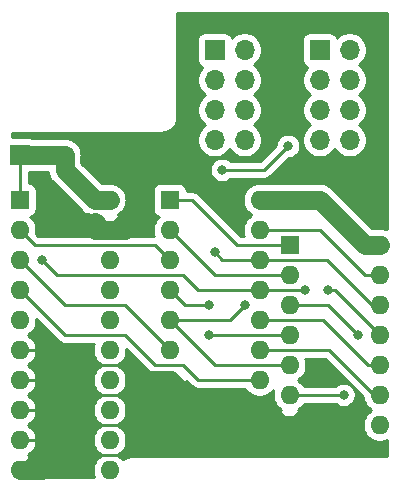
<source format=gbr>
%TF.GenerationSoftware,KiCad,Pcbnew,(5.1.7)-1*%
%TF.CreationDate,2021-10-25T18:28:30+08:00*%
%TF.ProjectId,HCT145Interposer,48435431-3435-4496-9e74-6572706f7365,rev?*%
%TF.SameCoordinates,Original*%
%TF.FileFunction,Copper,L1,Top*%
%TF.FilePolarity,Positive*%
%FSLAX46Y46*%
G04 Gerber Fmt 4.6, Leading zero omitted, Abs format (unit mm)*
G04 Created by KiCad (PCBNEW (5.1.7)-1) date 2021-10-25 18:28:30*
%MOMM*%
%LPD*%
G01*
G04 APERTURE LIST*
%TA.AperFunction,ComponentPad*%
%ADD10O,1.700000X1.700000*%
%TD*%
%TA.AperFunction,ComponentPad*%
%ADD11R,1.700000X1.700000*%
%TD*%
%TA.AperFunction,ComponentPad*%
%ADD12O,1.600000X1.600000*%
%TD*%
%TA.AperFunction,ComponentPad*%
%ADD13R,1.600000X1.600000*%
%TD*%
%TA.AperFunction,ComponentPad*%
%ADD14C,1.600000*%
%TD*%
%TA.AperFunction,ViaPad*%
%ADD15C,1.000000*%
%TD*%
%TA.AperFunction,ViaPad*%
%ADD16C,0.800000*%
%TD*%
%TA.AperFunction,Conductor*%
%ADD17C,0.250000*%
%TD*%
%TA.AperFunction,Conductor*%
%ADD18C,1.600000*%
%TD*%
%TA.AperFunction,Conductor*%
%ADD19C,2.700000*%
%TD*%
%TA.AperFunction,Conductor*%
%ADD20C,0.254000*%
%TD*%
%TA.AperFunction,Conductor*%
%ADD21C,0.100000*%
%TD*%
G04 APERTURE END LIST*
D10*
%TO.P,J7,8*%
%TO.N,GATE3_125_OUT*%
X129540000Y-88900000D03*
%TO.P,J7,7*%
%TO.N,GATE3_OUT*%
X127000000Y-88900000D03*
%TO.P,J7,6*%
%TO.N,GATE2_125_OUT*%
X129540000Y-86360000D03*
%TO.P,J7,5*%
%TO.N,GATE2_OUT*%
X127000000Y-86360000D03*
%TO.P,J7,4*%
%TO.N,GATE1_125_OUT*%
X129540000Y-83820000D03*
%TO.P,J7,3*%
%TO.N,GATE1_OUT*%
X127000000Y-83820000D03*
%TO.P,J7,2*%
%TO.N,GATE0_125_OUT*%
X129540000Y-81280000D03*
D11*
%TO.P,J7,1*%
%TO.N,GATE0_OUT*%
X127000000Y-81280000D03*
%TD*%
D10*
%TO.P,J8,8*%
%TO.N,GATE3_IN*%
X120650000Y-88900000D03*
%TO.P,J8,7*%
%TO.N,GATE3_245_OUT*%
X118110000Y-88900000D03*
%TO.P,J8,6*%
%TO.N,GATE2_IN*%
X120650000Y-86360000D03*
%TO.P,J8,5*%
%TO.N,GATE2_245_OUT*%
X118110000Y-86360000D03*
%TO.P,J8,4*%
%TO.N,GATE1_IN*%
X120650000Y-83820000D03*
%TO.P,J8,3*%
%TO.N,GATE1_245_OUT*%
X118110000Y-83820000D03*
%TO.P,J8,2*%
%TO.N,GATE0_IN*%
X120650000Y-81280000D03*
D11*
%TO.P,J8,1*%
%TO.N,GATE0_245_OUT*%
X118110000Y-81280000D03*
%TD*%
D12*
%TO.P,U1,14*%
%TO.N,+5V*%
X132080000Y-97790000D03*
%TO.P,U1,7*%
%TO.N,GND*%
X124460000Y-113030000D03*
%TO.P,U1,13*%
%TO.N,GATE3_~OE*%
X132080000Y-100330000D03*
%TO.P,U1,6*%
%TO.N,GATE1_125_OUT*%
X124460000Y-110490000D03*
%TO.P,U1,12*%
%TO.N,GATE3_IN*%
X132080000Y-102870000D03*
%TO.P,U1,5*%
%TO.N,GATE1_IN*%
X124460000Y-107950000D03*
%TO.P,U1,11*%
%TO.N,GATE3_125_OUT*%
X132080000Y-105410000D03*
%TO.P,U1,4*%
%TO.N,GATE1_~OE*%
X124460000Y-105410000D03*
%TO.P,U1,10*%
%TO.N,GATE2_~OE*%
X132080000Y-107950000D03*
%TO.P,U1,3*%
%TO.N,GATE0_125_OUT*%
X124460000Y-102870000D03*
%TO.P,U1,9*%
%TO.N,GATE2_IN*%
X132080000Y-110490000D03*
%TO.P,U1,2*%
%TO.N,GATE0_IN*%
X124460000Y-100330000D03*
%TO.P,U1,8*%
%TO.N,GATE2_125_OUT*%
X132080000Y-113030000D03*
D13*
%TO.P,U1,1*%
%TO.N,GATE0_~OE*%
X124460000Y-97790000D03*
%TD*%
D12*
%TO.P,U2,20*%
%TO.N,+3V3*%
X109220000Y-93980000D03*
%TO.P,U2,10*%
%TO.N,GND*%
X101600000Y-116840000D03*
%TO.P,U2,19*%
X109220000Y-96520000D03*
%TO.P,U2,9*%
X101600000Y-114300000D03*
%TO.P,U2,18*%
%TO.N,GATE0_245_OUT*%
X109220000Y-99060000D03*
%TO.P,U2,8*%
%TO.N,GND*%
X101600000Y-111760000D03*
%TO.P,U2,17*%
%TO.N,GATE1_245_OUT*%
X109220000Y-101600000D03*
%TO.P,U2,7*%
%TO.N,GND*%
X101600000Y-109220000D03*
%TO.P,U2,16*%
%TO.N,GATE2_245_OUT*%
X109220000Y-104140000D03*
%TO.P,U2,6*%
%TO.N,GND*%
X101600000Y-106680000D03*
%TO.P,U2,15*%
%TO.N,GATE3_245_OUT*%
X109220000Y-106680000D03*
%TO.P,U2,5*%
%TO.N,GATE3_OUT*%
X101600000Y-104140000D03*
%TO.P,U2,14*%
%TO.N,Net-(U2-Pad14)*%
X109220000Y-109220000D03*
%TO.P,U2,4*%
%TO.N,GATE2_OUT*%
X101600000Y-101600000D03*
%TO.P,U2,13*%
%TO.N,Net-(U2-Pad13)*%
X109220000Y-111760000D03*
%TO.P,U2,3*%
%TO.N,GATE1_OUT*%
X101600000Y-99060000D03*
%TO.P,U2,12*%
%TO.N,Net-(U2-Pad12)*%
X109220000Y-114300000D03*
%TO.P,U2,2*%
%TO.N,GATE0_OUT*%
X101600000Y-96520000D03*
%TO.P,U2,11*%
%TO.N,Net-(U2-Pad11)*%
X109220000Y-116840000D03*
D13*
%TO.P,U2,1*%
%TO.N,+3V3*%
X101600000Y-93980000D03*
%TD*%
D12*
%TO.P,J3,14*%
%TO.N,+5V*%
X121920000Y-93980000D03*
%TO.P,J3,7*%
%TO.N,GND*%
X114300000Y-109220000D03*
%TO.P,J3,13*%
%TO.N,GATE3_~OE*%
X121920000Y-96520000D03*
%TO.P,J3,6*%
%TO.N,GATE1_OUT*%
X114300000Y-106680000D03*
%TO.P,J3,12*%
%TO.N,GATE3_IN*%
X121920000Y-99060000D03*
%TO.P,J3,5*%
%TO.N,GATE1_IN*%
X114300000Y-104140000D03*
%TO.P,J3,11*%
%TO.N,GATE3_OUT*%
X121920000Y-101600000D03*
%TO.P,J3,4*%
%TO.N,GATE1_~OE*%
X114300000Y-101600000D03*
%TO.P,J3,10*%
%TO.N,GATE2_~OE*%
X121920000Y-104140000D03*
%TO.P,J3,3*%
%TO.N,GATE0_OUT*%
X114300000Y-99060000D03*
%TO.P,J3,9*%
%TO.N,GATE2_IN*%
X121920000Y-106680000D03*
%TO.P,J3,2*%
%TO.N,GATE0_IN*%
X114300000Y-96520000D03*
%TO.P,J3,8*%
%TO.N,GATE2_OUT*%
X121920000Y-109220000D03*
D13*
%TO.P,J3,1*%
%TO.N,GATE0_~OE*%
X114300000Y-93980000D03*
%TD*%
D14*
%TO.P,C1,1*%
%TO.N,+5V*%
X125730000Y-93980000D03*
%TO.P,C1,2*%
%TO.N,GND*%
X130730000Y-93980000D03*
%TD*%
%TO.P,C2,2*%
%TO.N,GND*%
X110410000Y-90170000D03*
%TO.P,C2,1*%
%TO.N,+3V3*%
X105410000Y-90170000D03*
%TD*%
D11*
%TO.P,J1,1*%
%TO.N,+3V3*%
X101600000Y-90170000D03*
%TD*%
D15*
%TO.N,GND*%
X107950000Y-90805000D03*
X107950000Y-88900000D03*
X112395000Y-88900000D03*
X104140000Y-96520000D03*
X106045000Y-96520000D03*
X106045000Y-94615000D03*
X104140000Y-92710000D03*
X104140000Y-94615000D03*
D16*
%TO.N,GATE3_IN*%
X118110000Y-98425000D03*
%TO.N,GATE1_IN*%
X120650000Y-102870000D03*
%TO.N,GATE3_OUT*%
X125730000Y-101600000D03*
X103505000Y-99060000D03*
%TO.N,GATE1_~OE*%
X117602000Y-105410000D03*
X117602000Y-102870000D03*
%TO.N,GATE0_OUT*%
X118745000Y-91440000D03*
X124333000Y-89408000D03*
%TO.N,GATE3_125_OUT*%
X127725010Y-101600000D03*
%TO.N,GATE1_125_OUT*%
X129032000Y-110490000D03*
%TO.N,GATE0_125_OUT*%
X130265000Y-105409986D03*
%TD*%
D17*
%TO.N,GND*%
X105410000Y-107950000D02*
X110490000Y-107950000D01*
X105410000Y-110490000D02*
X110490000Y-110490000D01*
X105410000Y-113030000D02*
X110490000Y-113030000D01*
D18*
X124460000Y-113030000D02*
X121285000Y-113030000D01*
X114300000Y-109220000D02*
X112395000Y-109220000D01*
X114300000Y-109220000D02*
X115570000Y-110490000D01*
X114300000Y-109220000D02*
X114300000Y-110490000D01*
X114300000Y-109220000D02*
X113030000Y-110490000D01*
D17*
X101600000Y-114300000D02*
X105410000Y-114300000D01*
X105410000Y-114300000D02*
X105410000Y-113030000D01*
X101600000Y-111760000D02*
X105410000Y-111760000D01*
X105410000Y-111760000D02*
X105410000Y-110490000D01*
X105410000Y-113030000D02*
X105410000Y-111760000D01*
X101600000Y-109220000D02*
X105410000Y-109220000D01*
X105410000Y-109220000D02*
X105410000Y-107950000D01*
X105410000Y-110490000D02*
X105410000Y-109220000D01*
X105410000Y-107950000D02*
X105410000Y-106680000D01*
X105410000Y-106680000D02*
X101600000Y-106680000D01*
D19*
X110410000Y-90170000D02*
X112395000Y-90170000D01*
D18*
X124460000Y-113030000D02*
X123698000Y-113030000D01*
X101600000Y-116840000D02*
X103505000Y-116840000D01*
D17*
X105410000Y-114808000D02*
X105410000Y-114300000D01*
D18*
X102362000Y-116840000D02*
X103632000Y-115570000D01*
X101600000Y-116840000D02*
X102362000Y-116840000D01*
D17*
X110410000Y-90170000D02*
X107950000Y-90170000D01*
X107950000Y-90170000D02*
X107950000Y-88900000D01*
X107950000Y-90170000D02*
X107950000Y-90805000D01*
X111680000Y-88900000D02*
X112395000Y-88900000D01*
X110410000Y-90170000D02*
X111680000Y-88900000D01*
X132080000Y-92630000D02*
X130730000Y-93980000D01*
X132080000Y-78740000D02*
X132080000Y-92630000D01*
X115570000Y-78740000D02*
X132080000Y-78740000D01*
X115570000Y-90170000D02*
X115570000Y-78740000D01*
X112395000Y-90170000D02*
X115570000Y-90170000D01*
X105410000Y-114808000D02*
X105410000Y-115570000D01*
X105410000Y-115570000D02*
X110490000Y-115570000D01*
X105410000Y-115570000D02*
X105410000Y-116840000D01*
X105410000Y-116840000D02*
X102362000Y-116840000D01*
D18*
X109855000Y-96520000D02*
X110490000Y-95885000D01*
X109220000Y-96520000D02*
X109855000Y-96520000D01*
X108585000Y-96520000D02*
X107950000Y-95885000D01*
X109220000Y-96520000D02*
X108585000Y-96520000D01*
X109220000Y-96520000D02*
X107950000Y-96520000D01*
X107950000Y-96520000D02*
X107315000Y-95885000D01*
X110490000Y-96520000D02*
X111125000Y-95885000D01*
X109220000Y-96520000D02*
X110490000Y-96520000D01*
D19*
X128905000Y-92075000D02*
X130730000Y-93980000D01*
X130730000Y-93980000D02*
X131365000Y-94615000D01*
D18*
X124460000Y-113030000D02*
X126365000Y-113030000D01*
X123698000Y-113030000D02*
X122428000Y-111760000D01*
X123190000Y-114300000D02*
X124460000Y-113030000D01*
X124460000Y-113030000D02*
X124460000Y-114300000D01*
X124460000Y-113030000D02*
X125730000Y-114300000D01*
X124460000Y-113030000D02*
X125095000Y-113030000D01*
X125095000Y-113030000D02*
X125730000Y-112395000D01*
%TO.N,+5V*%
X121920000Y-93980000D02*
X125730000Y-93980000D01*
X130810000Y-97790000D02*
X132080000Y-97790000D01*
X127000000Y-93980000D02*
X130810000Y-97790000D01*
X125730000Y-93980000D02*
X127000000Y-93980000D01*
%TO.N,+3V3*%
X101600000Y-90170000D02*
X105410000Y-90170000D01*
X107950000Y-93980000D02*
X109220000Y-93980000D01*
X105410000Y-91440000D02*
X107950000Y-93980000D01*
X105410000Y-90170000D02*
X105410000Y-91440000D01*
D17*
X101600000Y-93980000D02*
X101600000Y-90170000D01*
%TO.N,GATE3_~OE*%
X127000000Y-96520000D02*
X121920000Y-96520000D01*
X130810000Y-100330000D02*
X127000000Y-96520000D01*
X132080000Y-100330000D02*
X130810000Y-100330000D01*
%TO.N,GATE1_OUT*%
X105410000Y-102870000D02*
X101600000Y-99060000D01*
X110490000Y-102870000D02*
X105410000Y-102870000D01*
X114300000Y-106680000D02*
X110490000Y-102870000D01*
%TO.N,GATE3_IN*%
X118745000Y-99060000D02*
X118110000Y-98425000D01*
X121920000Y-99060000D02*
X118745000Y-99060000D01*
X127635000Y-99060000D02*
X121920000Y-99060000D01*
X131445000Y-102870000D02*
X127635000Y-99060000D01*
X132080000Y-102870000D02*
X131445000Y-102870000D01*
%TO.N,GATE1_IN*%
X118110000Y-107950000D02*
X124460000Y-107950000D01*
X114300000Y-104140000D02*
X118110000Y-107950000D01*
X119380000Y-104140000D02*
X114300000Y-104140000D01*
X120650000Y-102870000D02*
X119380000Y-104140000D01*
%TO.N,GATE3_OUT*%
X121920000Y-101600000D02*
X125730000Y-101600000D01*
X116720001Y-101600000D02*
X121920000Y-101600000D01*
X115450001Y-100330000D02*
X116720001Y-101600000D01*
X104775000Y-100330000D02*
X115450001Y-100330000D01*
X103505000Y-99060000D02*
X104775000Y-100330000D01*
%TO.N,GATE1_~OE*%
X124460000Y-105410000D02*
X117602000Y-105410000D01*
X114300000Y-101600000D02*
X115570000Y-102870000D01*
X115570000Y-102870000D02*
X117602000Y-102870000D01*
%TO.N,GATE2_~OE*%
X127254000Y-104140000D02*
X121920000Y-104140000D01*
X131064000Y-107950000D02*
X127254000Y-104140000D01*
X132080000Y-107950000D02*
X131064000Y-107950000D01*
%TO.N,GATE0_OUT*%
X118745000Y-91440000D02*
X122301000Y-91440000D01*
X122301000Y-91440000D02*
X124333000Y-89408000D01*
X102870000Y-97790000D02*
X101600000Y-96520000D01*
X113030000Y-97790000D02*
X102870000Y-97790000D01*
X114300000Y-99060000D02*
X113030000Y-97790000D01*
%TO.N,GATE2_IN*%
X127762000Y-106680000D02*
X121920000Y-106680000D01*
X131572000Y-110490000D02*
X127762000Y-106680000D01*
X132080000Y-110490000D02*
X131572000Y-110490000D01*
%TO.N,GATE0_IN*%
X118110000Y-100330000D02*
X124460000Y-100330000D01*
X114300000Y-96520000D02*
X118110000Y-100330000D01*
%TO.N,GATE2_OUT*%
X105410000Y-105410000D02*
X101600000Y-101600000D01*
X110490000Y-105410000D02*
X105410000Y-105410000D01*
X113030000Y-107950000D02*
X110490000Y-105410000D01*
X115450001Y-107950000D02*
X113030000Y-107950000D01*
X116720001Y-109220000D02*
X115450001Y-107950000D01*
X121920000Y-109220000D02*
X116720001Y-109220000D01*
%TO.N,GATE0_~OE*%
X120015000Y-97790000D02*
X124460000Y-97790000D01*
X116205000Y-93980000D02*
X120015000Y-97790000D01*
X114300000Y-93980000D02*
X116205000Y-93980000D01*
%TO.N,GATE3_125_OUT*%
X128270000Y-101600000D02*
X132080000Y-105410000D01*
X127725010Y-101600000D02*
X128270000Y-101600000D01*
%TO.N,GATE1_125_OUT*%
X124460000Y-110490000D02*
X129032000Y-110490000D01*
%TO.N,GATE0_125_OUT*%
X127725014Y-102870000D02*
X130265000Y-105409986D01*
X126746000Y-102870000D02*
X127725014Y-102870000D01*
X124460000Y-102870000D02*
X126746000Y-102870000D01*
%TD*%
D20*
%TO.N,GND*%
X104846200Y-105921002D02*
X104869999Y-105950001D01*
X104985724Y-106044974D01*
X105117753Y-106115546D01*
X105261014Y-106159003D01*
X105372667Y-106170000D01*
X105372675Y-106170000D01*
X105410000Y-106173676D01*
X105447325Y-106170000D01*
X107878017Y-106170000D01*
X107840147Y-106261426D01*
X107785000Y-106538665D01*
X107785000Y-106821335D01*
X107840147Y-107098574D01*
X107948320Y-107359727D01*
X108105363Y-107594759D01*
X108305241Y-107794637D01*
X108537759Y-107950000D01*
X108305241Y-108105363D01*
X108105363Y-108305241D01*
X107948320Y-108540273D01*
X107840147Y-108801426D01*
X107785000Y-109078665D01*
X107785000Y-109361335D01*
X107840147Y-109638574D01*
X107948320Y-109899727D01*
X108105363Y-110134759D01*
X108305241Y-110334637D01*
X108537759Y-110490000D01*
X108305241Y-110645363D01*
X108105363Y-110845241D01*
X107948320Y-111080273D01*
X107840147Y-111341426D01*
X107785000Y-111618665D01*
X107785000Y-111901335D01*
X107840147Y-112178574D01*
X107948320Y-112439727D01*
X108105363Y-112674759D01*
X108305241Y-112874637D01*
X108537759Y-113030000D01*
X108305241Y-113185363D01*
X108105363Y-113385241D01*
X107948320Y-113620273D01*
X107840147Y-113881426D01*
X107785000Y-114158665D01*
X107785000Y-114441335D01*
X107840147Y-114718574D01*
X107948320Y-114979727D01*
X108105363Y-115214759D01*
X108305241Y-115414637D01*
X108537759Y-115570000D01*
X108305241Y-115725363D01*
X108105363Y-115925241D01*
X107948320Y-116160273D01*
X107840147Y-116421426D01*
X107785000Y-116698665D01*
X107785000Y-116981335D01*
X107840147Y-117258574D01*
X107919438Y-117450000D01*
X102900562Y-117450000D01*
X102979853Y-117258574D01*
X103035000Y-116981335D01*
X103035000Y-116698665D01*
X102979853Y-116421426D01*
X102871680Y-116160273D01*
X102714637Y-115925241D01*
X102514759Y-115725363D01*
X102282241Y-115570000D01*
X102514759Y-115414637D01*
X102714637Y-115214759D01*
X102871680Y-114979727D01*
X102979853Y-114718574D01*
X103035000Y-114441335D01*
X103035000Y-114158665D01*
X102979853Y-113881426D01*
X102871680Y-113620273D01*
X102714637Y-113385241D01*
X102514759Y-113185363D01*
X102282241Y-113030000D01*
X102514759Y-112874637D01*
X102714637Y-112674759D01*
X102871680Y-112439727D01*
X102979853Y-112178574D01*
X103035000Y-111901335D01*
X103035000Y-111618665D01*
X102979853Y-111341426D01*
X102871680Y-111080273D01*
X102714637Y-110845241D01*
X102514759Y-110645363D01*
X102282241Y-110490000D01*
X102514759Y-110334637D01*
X102714637Y-110134759D01*
X102871680Y-109899727D01*
X102979853Y-109638574D01*
X103035000Y-109361335D01*
X103035000Y-109078665D01*
X102979853Y-108801426D01*
X102871680Y-108540273D01*
X102714637Y-108305241D01*
X102514759Y-108105363D01*
X102282241Y-107950000D01*
X102514759Y-107794637D01*
X102714637Y-107594759D01*
X102871680Y-107359727D01*
X102979853Y-107098574D01*
X103035000Y-106821335D01*
X103035000Y-106538665D01*
X102979853Y-106261426D01*
X102871680Y-106000273D01*
X102714637Y-105765241D01*
X102514759Y-105565363D01*
X102282241Y-105410000D01*
X102514759Y-105254637D01*
X102714637Y-105054759D01*
X102871680Y-104819727D01*
X102979853Y-104558574D01*
X103035000Y-104281335D01*
X103035000Y-104109802D01*
X104846200Y-105921002D01*
%TA.AperFunction,Conductor*%
D21*
G36*
X104846200Y-105921002D02*
G01*
X104869999Y-105950001D01*
X104985724Y-106044974D01*
X105117753Y-106115546D01*
X105261014Y-106159003D01*
X105372667Y-106170000D01*
X105372675Y-106170000D01*
X105410000Y-106173676D01*
X105447325Y-106170000D01*
X107878017Y-106170000D01*
X107840147Y-106261426D01*
X107785000Y-106538665D01*
X107785000Y-106821335D01*
X107840147Y-107098574D01*
X107948320Y-107359727D01*
X108105363Y-107594759D01*
X108305241Y-107794637D01*
X108537759Y-107950000D01*
X108305241Y-108105363D01*
X108105363Y-108305241D01*
X107948320Y-108540273D01*
X107840147Y-108801426D01*
X107785000Y-109078665D01*
X107785000Y-109361335D01*
X107840147Y-109638574D01*
X107948320Y-109899727D01*
X108105363Y-110134759D01*
X108305241Y-110334637D01*
X108537759Y-110490000D01*
X108305241Y-110645363D01*
X108105363Y-110845241D01*
X107948320Y-111080273D01*
X107840147Y-111341426D01*
X107785000Y-111618665D01*
X107785000Y-111901335D01*
X107840147Y-112178574D01*
X107948320Y-112439727D01*
X108105363Y-112674759D01*
X108305241Y-112874637D01*
X108537759Y-113030000D01*
X108305241Y-113185363D01*
X108105363Y-113385241D01*
X107948320Y-113620273D01*
X107840147Y-113881426D01*
X107785000Y-114158665D01*
X107785000Y-114441335D01*
X107840147Y-114718574D01*
X107948320Y-114979727D01*
X108105363Y-115214759D01*
X108305241Y-115414637D01*
X108537759Y-115570000D01*
X108305241Y-115725363D01*
X108105363Y-115925241D01*
X107948320Y-116160273D01*
X107840147Y-116421426D01*
X107785000Y-116698665D01*
X107785000Y-116981335D01*
X107840147Y-117258574D01*
X107919438Y-117450000D01*
X102900562Y-117450000D01*
X102979853Y-117258574D01*
X103035000Y-116981335D01*
X103035000Y-116698665D01*
X102979853Y-116421426D01*
X102871680Y-116160273D01*
X102714637Y-115925241D01*
X102514759Y-115725363D01*
X102282241Y-115570000D01*
X102514759Y-115414637D01*
X102714637Y-115214759D01*
X102871680Y-114979727D01*
X102979853Y-114718574D01*
X103035000Y-114441335D01*
X103035000Y-114158665D01*
X102979853Y-113881426D01*
X102871680Y-113620273D01*
X102714637Y-113385241D01*
X102514759Y-113185363D01*
X102282241Y-113030000D01*
X102514759Y-112874637D01*
X102714637Y-112674759D01*
X102871680Y-112439727D01*
X102979853Y-112178574D01*
X103035000Y-111901335D01*
X103035000Y-111618665D01*
X102979853Y-111341426D01*
X102871680Y-111080273D01*
X102714637Y-110845241D01*
X102514759Y-110645363D01*
X102282241Y-110490000D01*
X102514759Y-110334637D01*
X102714637Y-110134759D01*
X102871680Y-109899727D01*
X102979853Y-109638574D01*
X103035000Y-109361335D01*
X103035000Y-109078665D01*
X102979853Y-108801426D01*
X102871680Y-108540273D01*
X102714637Y-108305241D01*
X102514759Y-108105363D01*
X102282241Y-107950000D01*
X102514759Y-107794637D01*
X102714637Y-107594759D01*
X102871680Y-107359727D01*
X102979853Y-107098574D01*
X103035000Y-106821335D01*
X103035000Y-106538665D01*
X102979853Y-106261426D01*
X102871680Y-106000273D01*
X102714637Y-105765241D01*
X102514759Y-105565363D01*
X102282241Y-105410000D01*
X102514759Y-105254637D01*
X102714637Y-105054759D01*
X102871680Y-104819727D01*
X102979853Y-104558574D01*
X103035000Y-104281335D01*
X103035000Y-104109802D01*
X104846200Y-105921002D01*
G37*
%TD.AperFunction*%
D20*
X112466205Y-108461008D02*
X112489999Y-108490001D01*
X112518992Y-108513795D01*
X112518996Y-108513799D01*
X112589685Y-108571811D01*
X112605724Y-108584974D01*
X112737753Y-108655546D01*
X112881014Y-108699003D01*
X112959375Y-108706721D01*
X112920147Y-108801426D01*
X112865000Y-109078665D01*
X112865000Y-109361335D01*
X112920147Y-109638574D01*
X113028320Y-109899727D01*
X113185363Y-110134759D01*
X113385241Y-110334637D01*
X113620273Y-110491680D01*
X113881426Y-110599853D01*
X114158665Y-110655000D01*
X114441335Y-110655000D01*
X114718574Y-110599853D01*
X114979727Y-110491680D01*
X115214759Y-110334637D01*
X115414637Y-110134759D01*
X115571680Y-109899727D01*
X115679853Y-109638574D01*
X115735000Y-109361335D01*
X115735000Y-109309801D01*
X116156202Y-109731003D01*
X116180000Y-109760001D01*
X116295725Y-109854974D01*
X116427754Y-109925546D01*
X116571015Y-109969003D01*
X116682668Y-109980000D01*
X116682677Y-109980000D01*
X116720000Y-109983676D01*
X116757323Y-109980000D01*
X120701957Y-109980000D01*
X120805363Y-110134759D01*
X121005241Y-110334637D01*
X121240273Y-110491680D01*
X121501426Y-110599853D01*
X121778665Y-110655000D01*
X122061335Y-110655000D01*
X122338574Y-110599853D01*
X122599727Y-110491680D01*
X122834759Y-110334637D01*
X123034637Y-110134759D01*
X123085354Y-110058856D01*
X123080147Y-110071426D01*
X123025000Y-110348665D01*
X123025000Y-110631335D01*
X123080147Y-110908574D01*
X123188320Y-111169727D01*
X123345363Y-111404759D01*
X123545241Y-111604637D01*
X123777759Y-111760000D01*
X123545241Y-111915363D01*
X123345363Y-112115241D01*
X123188320Y-112350273D01*
X123080147Y-112611426D01*
X123025000Y-112888665D01*
X123025000Y-113171335D01*
X123080147Y-113448574D01*
X123188320Y-113709727D01*
X123345363Y-113944759D01*
X123545241Y-114144637D01*
X123780273Y-114301680D01*
X124041426Y-114409853D01*
X124318665Y-114465000D01*
X124601335Y-114465000D01*
X124878574Y-114409853D01*
X125139727Y-114301680D01*
X125374759Y-114144637D01*
X125574637Y-113944759D01*
X125731680Y-113709727D01*
X125839853Y-113448574D01*
X125895000Y-113171335D01*
X125895000Y-112888665D01*
X125839853Y-112611426D01*
X125731680Y-112350273D01*
X125574637Y-112115241D01*
X125374759Y-111915363D01*
X125142241Y-111760000D01*
X125374759Y-111604637D01*
X125574637Y-111404759D01*
X125678043Y-111250000D01*
X128328289Y-111250000D01*
X128372226Y-111293937D01*
X128541744Y-111407205D01*
X128730102Y-111485226D01*
X128930061Y-111525000D01*
X129133939Y-111525000D01*
X129333898Y-111485226D01*
X129522256Y-111407205D01*
X129691774Y-111293937D01*
X129835937Y-111149774D01*
X129949205Y-110980256D01*
X130027226Y-110791898D01*
X130067000Y-110591939D01*
X130067000Y-110388061D01*
X130027226Y-110188102D01*
X129949205Y-109999744D01*
X129835937Y-109830226D01*
X129691774Y-109686063D01*
X129522256Y-109572795D01*
X129333898Y-109494774D01*
X129133939Y-109455000D01*
X128930061Y-109455000D01*
X128730102Y-109494774D01*
X128541744Y-109572795D01*
X128372226Y-109686063D01*
X128328289Y-109730000D01*
X125678043Y-109730000D01*
X125574637Y-109575241D01*
X125374759Y-109375363D01*
X125142241Y-109220000D01*
X125374759Y-109064637D01*
X125574637Y-108864759D01*
X125731680Y-108629727D01*
X125839853Y-108368574D01*
X125895000Y-108091335D01*
X125895000Y-107808665D01*
X125839853Y-107531426D01*
X125801983Y-107440000D01*
X127447199Y-107440000D01*
X130646606Y-110639408D01*
X130700147Y-110908574D01*
X130808320Y-111169727D01*
X130965363Y-111404759D01*
X131165241Y-111604637D01*
X131397759Y-111760000D01*
X131165241Y-111915363D01*
X130965363Y-112115241D01*
X130808320Y-112350273D01*
X130700147Y-112611426D01*
X130645000Y-112888665D01*
X130645000Y-113171335D01*
X130700147Y-113448574D01*
X130808320Y-113709727D01*
X130965363Y-113944759D01*
X131165241Y-114144637D01*
X131400273Y-114301680D01*
X131661426Y-114409853D01*
X131938665Y-114465000D01*
X132221335Y-114465000D01*
X132498574Y-114409853D01*
X132690000Y-114330562D01*
X132690000Y-115664725D01*
X132689335Y-115671513D01*
X132684699Y-115672000D01*
X111092581Y-115672000D01*
X111064581Y-115674758D01*
X111060745Y-115674731D01*
X111051574Y-115675631D01*
X110928323Y-115688586D01*
X110869733Y-115700613D01*
X110810971Y-115711822D01*
X110802149Y-115714486D01*
X110683762Y-115751133D01*
X110628632Y-115774308D01*
X110573153Y-115796722D01*
X110565017Y-115801049D01*
X110456002Y-115859993D01*
X110406422Y-115893435D01*
X110356355Y-115926197D01*
X110349214Y-115932022D01*
X110342744Y-115937374D01*
X110334637Y-115925241D01*
X110134759Y-115725363D01*
X109902241Y-115570000D01*
X110134759Y-115414637D01*
X110334637Y-115214759D01*
X110491680Y-114979727D01*
X110599853Y-114718574D01*
X110655000Y-114441335D01*
X110655000Y-114158665D01*
X110599853Y-113881426D01*
X110491680Y-113620273D01*
X110334637Y-113385241D01*
X110134759Y-113185363D01*
X109902241Y-113030000D01*
X110134759Y-112874637D01*
X110334637Y-112674759D01*
X110491680Y-112439727D01*
X110599853Y-112178574D01*
X110655000Y-111901335D01*
X110655000Y-111618665D01*
X110599853Y-111341426D01*
X110491680Y-111080273D01*
X110334637Y-110845241D01*
X110134759Y-110645363D01*
X109902241Y-110490000D01*
X110134759Y-110334637D01*
X110334637Y-110134759D01*
X110491680Y-109899727D01*
X110599853Y-109638574D01*
X110655000Y-109361335D01*
X110655000Y-109078665D01*
X110599853Y-108801426D01*
X110491680Y-108540273D01*
X110334637Y-108305241D01*
X110134759Y-108105363D01*
X109902241Y-107950000D01*
X110134759Y-107794637D01*
X110334637Y-107594759D01*
X110491680Y-107359727D01*
X110599853Y-107098574D01*
X110655000Y-106821335D01*
X110655000Y-106649802D01*
X112466205Y-108461008D01*
%TA.AperFunction,Conductor*%
D21*
G36*
X112466205Y-108461008D02*
G01*
X112489999Y-108490001D01*
X112518992Y-108513795D01*
X112518996Y-108513799D01*
X112589685Y-108571811D01*
X112605724Y-108584974D01*
X112737753Y-108655546D01*
X112881014Y-108699003D01*
X112959375Y-108706721D01*
X112920147Y-108801426D01*
X112865000Y-109078665D01*
X112865000Y-109361335D01*
X112920147Y-109638574D01*
X113028320Y-109899727D01*
X113185363Y-110134759D01*
X113385241Y-110334637D01*
X113620273Y-110491680D01*
X113881426Y-110599853D01*
X114158665Y-110655000D01*
X114441335Y-110655000D01*
X114718574Y-110599853D01*
X114979727Y-110491680D01*
X115214759Y-110334637D01*
X115414637Y-110134759D01*
X115571680Y-109899727D01*
X115679853Y-109638574D01*
X115735000Y-109361335D01*
X115735000Y-109309801D01*
X116156202Y-109731003D01*
X116180000Y-109760001D01*
X116295725Y-109854974D01*
X116427754Y-109925546D01*
X116571015Y-109969003D01*
X116682668Y-109980000D01*
X116682677Y-109980000D01*
X116720000Y-109983676D01*
X116757323Y-109980000D01*
X120701957Y-109980000D01*
X120805363Y-110134759D01*
X121005241Y-110334637D01*
X121240273Y-110491680D01*
X121501426Y-110599853D01*
X121778665Y-110655000D01*
X122061335Y-110655000D01*
X122338574Y-110599853D01*
X122599727Y-110491680D01*
X122834759Y-110334637D01*
X123034637Y-110134759D01*
X123085354Y-110058856D01*
X123080147Y-110071426D01*
X123025000Y-110348665D01*
X123025000Y-110631335D01*
X123080147Y-110908574D01*
X123188320Y-111169727D01*
X123345363Y-111404759D01*
X123545241Y-111604637D01*
X123777759Y-111760000D01*
X123545241Y-111915363D01*
X123345363Y-112115241D01*
X123188320Y-112350273D01*
X123080147Y-112611426D01*
X123025000Y-112888665D01*
X123025000Y-113171335D01*
X123080147Y-113448574D01*
X123188320Y-113709727D01*
X123345363Y-113944759D01*
X123545241Y-114144637D01*
X123780273Y-114301680D01*
X124041426Y-114409853D01*
X124318665Y-114465000D01*
X124601335Y-114465000D01*
X124878574Y-114409853D01*
X125139727Y-114301680D01*
X125374759Y-114144637D01*
X125574637Y-113944759D01*
X125731680Y-113709727D01*
X125839853Y-113448574D01*
X125895000Y-113171335D01*
X125895000Y-112888665D01*
X125839853Y-112611426D01*
X125731680Y-112350273D01*
X125574637Y-112115241D01*
X125374759Y-111915363D01*
X125142241Y-111760000D01*
X125374759Y-111604637D01*
X125574637Y-111404759D01*
X125678043Y-111250000D01*
X128328289Y-111250000D01*
X128372226Y-111293937D01*
X128541744Y-111407205D01*
X128730102Y-111485226D01*
X128930061Y-111525000D01*
X129133939Y-111525000D01*
X129333898Y-111485226D01*
X129522256Y-111407205D01*
X129691774Y-111293937D01*
X129835937Y-111149774D01*
X129949205Y-110980256D01*
X130027226Y-110791898D01*
X130067000Y-110591939D01*
X130067000Y-110388061D01*
X130027226Y-110188102D01*
X129949205Y-109999744D01*
X129835937Y-109830226D01*
X129691774Y-109686063D01*
X129522256Y-109572795D01*
X129333898Y-109494774D01*
X129133939Y-109455000D01*
X128930061Y-109455000D01*
X128730102Y-109494774D01*
X128541744Y-109572795D01*
X128372226Y-109686063D01*
X128328289Y-109730000D01*
X125678043Y-109730000D01*
X125574637Y-109575241D01*
X125374759Y-109375363D01*
X125142241Y-109220000D01*
X125374759Y-109064637D01*
X125574637Y-108864759D01*
X125731680Y-108629727D01*
X125839853Y-108368574D01*
X125895000Y-108091335D01*
X125895000Y-107808665D01*
X125839853Y-107531426D01*
X125801983Y-107440000D01*
X127447199Y-107440000D01*
X130646606Y-110639408D01*
X130700147Y-110908574D01*
X130808320Y-111169727D01*
X130965363Y-111404759D01*
X131165241Y-111604637D01*
X131397759Y-111760000D01*
X131165241Y-111915363D01*
X130965363Y-112115241D01*
X130808320Y-112350273D01*
X130700147Y-112611426D01*
X130645000Y-112888665D01*
X130645000Y-113171335D01*
X130700147Y-113448574D01*
X130808320Y-113709727D01*
X130965363Y-113944759D01*
X131165241Y-114144637D01*
X131400273Y-114301680D01*
X131661426Y-114409853D01*
X131938665Y-114465000D01*
X132221335Y-114465000D01*
X132498574Y-114409853D01*
X132690000Y-114330562D01*
X132690000Y-115664725D01*
X132689335Y-115671513D01*
X132684699Y-115672000D01*
X111092581Y-115672000D01*
X111064581Y-115674758D01*
X111060745Y-115674731D01*
X111051574Y-115675631D01*
X110928323Y-115688586D01*
X110869733Y-115700613D01*
X110810971Y-115711822D01*
X110802149Y-115714486D01*
X110683762Y-115751133D01*
X110628632Y-115774308D01*
X110573153Y-115796722D01*
X110565017Y-115801049D01*
X110456002Y-115859993D01*
X110406422Y-115893435D01*
X110356355Y-115926197D01*
X110349214Y-115932022D01*
X110342744Y-115937374D01*
X110334637Y-115925241D01*
X110134759Y-115725363D01*
X109902241Y-115570000D01*
X110134759Y-115414637D01*
X110334637Y-115214759D01*
X110491680Y-114979727D01*
X110599853Y-114718574D01*
X110655000Y-114441335D01*
X110655000Y-114158665D01*
X110599853Y-113881426D01*
X110491680Y-113620273D01*
X110334637Y-113385241D01*
X110134759Y-113185363D01*
X109902241Y-113030000D01*
X110134759Y-112874637D01*
X110334637Y-112674759D01*
X110491680Y-112439727D01*
X110599853Y-112178574D01*
X110655000Y-111901335D01*
X110655000Y-111618665D01*
X110599853Y-111341426D01*
X110491680Y-111080273D01*
X110334637Y-110845241D01*
X110134759Y-110645363D01*
X109902241Y-110490000D01*
X110134759Y-110334637D01*
X110334637Y-110134759D01*
X110491680Y-109899727D01*
X110599853Y-109638574D01*
X110655000Y-109361335D01*
X110655000Y-109078665D01*
X110599853Y-108801426D01*
X110491680Y-108540273D01*
X110334637Y-108305241D01*
X110134759Y-108105363D01*
X109902241Y-107950000D01*
X110134759Y-107794637D01*
X110334637Y-107594759D01*
X110491680Y-107359727D01*
X110599853Y-107098574D01*
X110655000Y-106821335D01*
X110655000Y-106649802D01*
X112466205Y-108461008D01*
G37*
%TD.AperFunction*%
D20*
X132689513Y-78130666D02*
X132690001Y-78135310D01*
X132690001Y-96488923D01*
X132631808Y-96457818D01*
X132564014Y-96437253D01*
X132498574Y-96410147D01*
X132429097Y-96396327D01*
X132361309Y-96375764D01*
X132290817Y-96368821D01*
X132221335Y-96355000D01*
X131404396Y-96355000D01*
X130433539Y-95384143D01*
X130588665Y-95415000D01*
X130871335Y-95415000D01*
X131148574Y-95359853D01*
X131409727Y-95251680D01*
X131644759Y-95094637D01*
X131844637Y-94894759D01*
X132001680Y-94659727D01*
X132109853Y-94398574D01*
X132165000Y-94121335D01*
X132165000Y-93838665D01*
X132109853Y-93561426D01*
X132001680Y-93300273D01*
X131844637Y-93065241D01*
X131644759Y-92865363D01*
X131409727Y-92708320D01*
X131148574Y-92600147D01*
X130871335Y-92545000D01*
X130588665Y-92545000D01*
X130311426Y-92600147D01*
X130050273Y-92708320D01*
X129815241Y-92865363D01*
X129615363Y-93065241D01*
X129458320Y-93300273D01*
X129350147Y-93561426D01*
X129295000Y-93838665D01*
X129295000Y-94121335D01*
X129325857Y-94276462D01*
X128064554Y-93015159D01*
X128019608Y-92960392D01*
X127801101Y-92781068D01*
X127551808Y-92647818D01*
X127281309Y-92565764D01*
X127070492Y-92545000D01*
X127000000Y-92538057D01*
X126929508Y-92545000D01*
X121778665Y-92545000D01*
X121709183Y-92558821D01*
X121638691Y-92565764D01*
X121570903Y-92586327D01*
X121501426Y-92600147D01*
X121435986Y-92627253D01*
X121368192Y-92647818D01*
X121305712Y-92681214D01*
X121240273Y-92708320D01*
X121181378Y-92747672D01*
X121118899Y-92781068D01*
X121064137Y-92826010D01*
X121005241Y-92865363D01*
X120955154Y-92915450D01*
X120900392Y-92960392D01*
X120855450Y-93015154D01*
X120805363Y-93065241D01*
X120766010Y-93124137D01*
X120721068Y-93178899D01*
X120687672Y-93241378D01*
X120648320Y-93300273D01*
X120621214Y-93365712D01*
X120587818Y-93428192D01*
X120567253Y-93495986D01*
X120540147Y-93561426D01*
X120526327Y-93630903D01*
X120505764Y-93698691D01*
X120498821Y-93769183D01*
X120485000Y-93838665D01*
X120485000Y-93909508D01*
X120478057Y-93980000D01*
X120485000Y-94050492D01*
X120485000Y-94121335D01*
X120498821Y-94190817D01*
X120505764Y-94261309D01*
X120526327Y-94329097D01*
X120540147Y-94398574D01*
X120567253Y-94464014D01*
X120587818Y-94531808D01*
X120621214Y-94594288D01*
X120648320Y-94659727D01*
X120687672Y-94718622D01*
X120721068Y-94781101D01*
X120766010Y-94835863D01*
X120805363Y-94894759D01*
X120855450Y-94944846D01*
X120900392Y-94999608D01*
X120955154Y-95044550D01*
X121005241Y-95094637D01*
X121064137Y-95133990D01*
X121118899Y-95178932D01*
X121181378Y-95212328D01*
X121237759Y-95250000D01*
X121005241Y-95405363D01*
X120805363Y-95605241D01*
X120648320Y-95840273D01*
X120540147Y-96101426D01*
X120485000Y-96378665D01*
X120485000Y-96661335D01*
X120540147Y-96938574D01*
X120578017Y-97030000D01*
X120329802Y-97030000D01*
X116768804Y-93469003D01*
X116745001Y-93439999D01*
X116629276Y-93345026D01*
X116497247Y-93274454D01*
X116353986Y-93230997D01*
X116242333Y-93220000D01*
X116242322Y-93220000D01*
X116205000Y-93216324D01*
X116167678Y-93220000D01*
X115738072Y-93220000D01*
X115738072Y-93180000D01*
X115725812Y-93055518D01*
X115689502Y-92935820D01*
X115630537Y-92825506D01*
X115551185Y-92728815D01*
X115454494Y-92649463D01*
X115344180Y-92590498D01*
X115224482Y-92554188D01*
X115100000Y-92541928D01*
X113500000Y-92541928D01*
X113375518Y-92554188D01*
X113255820Y-92590498D01*
X113145506Y-92649463D01*
X113048815Y-92728815D01*
X112969463Y-92825506D01*
X112910498Y-92935820D01*
X112874188Y-93055518D01*
X112861928Y-93180000D01*
X112861928Y-94780000D01*
X112874188Y-94904482D01*
X112910498Y-95024180D01*
X112969463Y-95134494D01*
X113048815Y-95231185D01*
X113145506Y-95310537D01*
X113255820Y-95369502D01*
X113375518Y-95405812D01*
X113383961Y-95406643D01*
X113185363Y-95605241D01*
X113028320Y-95840273D01*
X112920147Y-96101426D01*
X112865000Y-96378665D01*
X112865000Y-96661335D01*
X112920147Y-96938574D01*
X112958017Y-97030000D01*
X110561983Y-97030000D01*
X110599853Y-96938574D01*
X110655000Y-96661335D01*
X110655000Y-96378665D01*
X110599853Y-96101426D01*
X110491680Y-95840273D01*
X110334637Y-95605241D01*
X110134759Y-95405363D01*
X109902241Y-95250000D01*
X109958622Y-95212328D01*
X110021101Y-95178932D01*
X110075863Y-95133990D01*
X110134759Y-95094637D01*
X110184846Y-95044550D01*
X110239608Y-94999608D01*
X110284550Y-94944846D01*
X110334637Y-94894759D01*
X110373990Y-94835863D01*
X110418932Y-94781101D01*
X110452328Y-94718622D01*
X110491680Y-94659727D01*
X110518786Y-94594288D01*
X110552182Y-94531808D01*
X110572747Y-94464014D01*
X110599853Y-94398574D01*
X110613673Y-94329097D01*
X110634236Y-94261309D01*
X110641179Y-94190817D01*
X110655000Y-94121335D01*
X110655000Y-94050492D01*
X110661943Y-93980000D01*
X110655000Y-93909508D01*
X110655000Y-93838665D01*
X110641179Y-93769183D01*
X110634236Y-93698691D01*
X110613673Y-93630903D01*
X110599853Y-93561426D01*
X110572747Y-93495986D01*
X110552182Y-93428192D01*
X110518786Y-93365712D01*
X110491680Y-93300273D01*
X110452328Y-93241378D01*
X110418932Y-93178899D01*
X110373990Y-93124137D01*
X110334637Y-93065241D01*
X110284550Y-93015154D01*
X110239608Y-92960392D01*
X110184846Y-92915450D01*
X110134759Y-92865363D01*
X110075863Y-92826010D01*
X110021101Y-92781068D01*
X109958622Y-92747672D01*
X109899727Y-92708320D01*
X109834288Y-92681214D01*
X109771808Y-92647818D01*
X109704014Y-92627253D01*
X109638574Y-92600147D01*
X109569097Y-92586327D01*
X109501309Y-92565764D01*
X109430817Y-92558821D01*
X109361335Y-92545000D01*
X108544397Y-92545000D01*
X106845000Y-90845605D01*
X106845000Y-90240492D01*
X106851943Y-90170000D01*
X106845000Y-90099508D01*
X106845000Y-90028665D01*
X108975000Y-90028665D01*
X108975000Y-90311335D01*
X109030147Y-90588574D01*
X109138320Y-90849727D01*
X109295363Y-91084759D01*
X109495241Y-91284637D01*
X109730273Y-91441680D01*
X109991426Y-91549853D01*
X110268665Y-91605000D01*
X110551335Y-91605000D01*
X110828574Y-91549853D01*
X111089727Y-91441680D01*
X111244804Y-91338061D01*
X117710000Y-91338061D01*
X117710000Y-91541939D01*
X117749774Y-91741898D01*
X117827795Y-91930256D01*
X117941063Y-92099774D01*
X118085226Y-92243937D01*
X118254744Y-92357205D01*
X118443102Y-92435226D01*
X118643061Y-92475000D01*
X118846939Y-92475000D01*
X119046898Y-92435226D01*
X119235256Y-92357205D01*
X119404774Y-92243937D01*
X119448711Y-92200000D01*
X122263678Y-92200000D01*
X122301000Y-92203676D01*
X122338322Y-92200000D01*
X122338333Y-92200000D01*
X122449986Y-92189003D01*
X122593247Y-92145546D01*
X122725276Y-92074974D01*
X122841001Y-91980001D01*
X122864804Y-91950997D01*
X124372802Y-90443000D01*
X124434939Y-90443000D01*
X124634898Y-90403226D01*
X124823256Y-90325205D01*
X124992774Y-90211937D01*
X125136937Y-90067774D01*
X125250205Y-89898256D01*
X125328226Y-89709898D01*
X125368000Y-89509939D01*
X125368000Y-89306061D01*
X125328226Y-89106102D01*
X125250205Y-88917744D01*
X125136937Y-88748226D01*
X124992774Y-88604063D01*
X124823256Y-88490795D01*
X124634898Y-88412774D01*
X124434939Y-88373000D01*
X124231061Y-88373000D01*
X124031102Y-88412774D01*
X123842744Y-88490795D01*
X123673226Y-88604063D01*
X123529063Y-88748226D01*
X123415795Y-88917744D01*
X123337774Y-89106102D01*
X123298000Y-89306061D01*
X123298000Y-89368198D01*
X121986199Y-90680000D01*
X119448711Y-90680000D01*
X119404774Y-90636063D01*
X119235256Y-90522795D01*
X119046898Y-90444774D01*
X118846939Y-90405000D01*
X118643061Y-90405000D01*
X118443102Y-90444774D01*
X118254744Y-90522795D01*
X118085226Y-90636063D01*
X117941063Y-90780226D01*
X117827795Y-90949744D01*
X117749774Y-91138102D01*
X117710000Y-91338061D01*
X111244804Y-91338061D01*
X111324759Y-91284637D01*
X111524637Y-91084759D01*
X111681680Y-90849727D01*
X111789853Y-90588574D01*
X111845000Y-90311335D01*
X111845000Y-90028665D01*
X111789853Y-89751426D01*
X111681680Y-89490273D01*
X111524637Y-89255241D01*
X111324759Y-89055363D01*
X111089727Y-88898320D01*
X110828574Y-88790147D01*
X110551335Y-88735000D01*
X110268665Y-88735000D01*
X109991426Y-88790147D01*
X109730273Y-88898320D01*
X109495241Y-89055363D01*
X109295363Y-89255241D01*
X109138320Y-89490273D01*
X109030147Y-89751426D01*
X108975000Y-90028665D01*
X106845000Y-90028665D01*
X106831179Y-89959183D01*
X106824236Y-89888691D01*
X106803673Y-89820903D01*
X106789853Y-89751426D01*
X106762747Y-89685986D01*
X106742182Y-89618192D01*
X106708786Y-89555712D01*
X106681680Y-89490273D01*
X106642328Y-89431378D01*
X106608932Y-89368899D01*
X106563990Y-89314137D01*
X106524637Y-89255241D01*
X106474550Y-89205154D01*
X106429608Y-89150392D01*
X106374846Y-89105450D01*
X106324759Y-89055363D01*
X106265863Y-89016010D01*
X106211101Y-88971068D01*
X106148622Y-88937672D01*
X106089727Y-88898320D01*
X106024288Y-88871214D01*
X105961808Y-88837818D01*
X105894014Y-88817253D01*
X105828574Y-88790147D01*
X105759097Y-88776327D01*
X105691309Y-88755764D01*
X105620817Y-88748821D01*
X105551335Y-88735000D01*
X105480492Y-88735000D01*
X105410000Y-88728057D01*
X105339508Y-88735000D01*
X102702603Y-88735000D01*
X102694180Y-88730498D01*
X102574482Y-88694188D01*
X102450000Y-88681928D01*
X100990000Y-88681928D01*
X100990000Y-88297275D01*
X100990666Y-88290487D01*
X100995301Y-88290000D01*
X113697419Y-88290000D01*
X113725419Y-88287242D01*
X113729255Y-88287269D01*
X113738426Y-88286369D01*
X113861677Y-88273414D01*
X113920274Y-88261385D01*
X113979028Y-88250178D01*
X113987850Y-88247514D01*
X114106238Y-88210867D01*
X114161368Y-88187692D01*
X114216847Y-88165278D01*
X114224983Y-88160951D01*
X114333998Y-88102008D01*
X114383582Y-88068563D01*
X114433645Y-88035803D01*
X114440786Y-88029978D01*
X114536276Y-87950982D01*
X114578430Y-87908533D01*
X114621165Y-87866685D01*
X114627039Y-87859584D01*
X114705367Y-87763545D01*
X114738472Y-87713719D01*
X114772267Y-87664362D01*
X114776650Y-87656256D01*
X114834832Y-87546833D01*
X114857621Y-87491541D01*
X114881193Y-87436545D01*
X114883918Y-87427742D01*
X114919737Y-87309101D01*
X114931357Y-87250417D01*
X114943794Y-87191906D01*
X114944756Y-87182750D01*
X114944757Y-87182745D01*
X114944757Y-87182741D01*
X114956850Y-87059403D01*
X114956850Y-87059402D01*
X114960000Y-87027419D01*
X114960000Y-80430000D01*
X116621928Y-80430000D01*
X116621928Y-82130000D01*
X116634188Y-82254482D01*
X116670498Y-82374180D01*
X116729463Y-82484494D01*
X116808815Y-82581185D01*
X116905506Y-82660537D01*
X117015820Y-82719502D01*
X117088380Y-82741513D01*
X116956525Y-82873368D01*
X116794010Y-83116589D01*
X116682068Y-83386842D01*
X116625000Y-83673740D01*
X116625000Y-83966260D01*
X116682068Y-84253158D01*
X116794010Y-84523411D01*
X116956525Y-84766632D01*
X117163368Y-84973475D01*
X117337760Y-85090000D01*
X117163368Y-85206525D01*
X116956525Y-85413368D01*
X116794010Y-85656589D01*
X116682068Y-85926842D01*
X116625000Y-86213740D01*
X116625000Y-86506260D01*
X116682068Y-86793158D01*
X116794010Y-87063411D01*
X116956525Y-87306632D01*
X117163368Y-87513475D01*
X117337760Y-87630000D01*
X117163368Y-87746525D01*
X116956525Y-87953368D01*
X116794010Y-88196589D01*
X116682068Y-88466842D01*
X116625000Y-88753740D01*
X116625000Y-89046260D01*
X116682068Y-89333158D01*
X116794010Y-89603411D01*
X116956525Y-89846632D01*
X117163368Y-90053475D01*
X117406589Y-90215990D01*
X117676842Y-90327932D01*
X117963740Y-90385000D01*
X118256260Y-90385000D01*
X118543158Y-90327932D01*
X118813411Y-90215990D01*
X119056632Y-90053475D01*
X119263475Y-89846632D01*
X119380000Y-89672240D01*
X119496525Y-89846632D01*
X119703368Y-90053475D01*
X119946589Y-90215990D01*
X120216842Y-90327932D01*
X120503740Y-90385000D01*
X120796260Y-90385000D01*
X121083158Y-90327932D01*
X121353411Y-90215990D01*
X121596632Y-90053475D01*
X121803475Y-89846632D01*
X121965990Y-89603411D01*
X122077932Y-89333158D01*
X122135000Y-89046260D01*
X122135000Y-88753740D01*
X122077932Y-88466842D01*
X121965990Y-88196589D01*
X121803475Y-87953368D01*
X121596632Y-87746525D01*
X121422240Y-87630000D01*
X121596632Y-87513475D01*
X121803475Y-87306632D01*
X121965990Y-87063411D01*
X122077932Y-86793158D01*
X122135000Y-86506260D01*
X122135000Y-86213740D01*
X122077932Y-85926842D01*
X121965990Y-85656589D01*
X121803475Y-85413368D01*
X121596632Y-85206525D01*
X121422240Y-85090000D01*
X121596632Y-84973475D01*
X121803475Y-84766632D01*
X121965990Y-84523411D01*
X122077932Y-84253158D01*
X122135000Y-83966260D01*
X122135000Y-83673740D01*
X122077932Y-83386842D01*
X121965990Y-83116589D01*
X121803475Y-82873368D01*
X121596632Y-82666525D01*
X121422240Y-82550000D01*
X121596632Y-82433475D01*
X121803475Y-82226632D01*
X121965990Y-81983411D01*
X122077932Y-81713158D01*
X122135000Y-81426260D01*
X122135000Y-81133740D01*
X122077932Y-80846842D01*
X121965990Y-80576589D01*
X121868043Y-80430000D01*
X125511928Y-80430000D01*
X125511928Y-82130000D01*
X125524188Y-82254482D01*
X125560498Y-82374180D01*
X125619463Y-82484494D01*
X125698815Y-82581185D01*
X125795506Y-82660537D01*
X125905820Y-82719502D01*
X125978380Y-82741513D01*
X125846525Y-82873368D01*
X125684010Y-83116589D01*
X125572068Y-83386842D01*
X125515000Y-83673740D01*
X125515000Y-83966260D01*
X125572068Y-84253158D01*
X125684010Y-84523411D01*
X125846525Y-84766632D01*
X126053368Y-84973475D01*
X126227760Y-85090000D01*
X126053368Y-85206525D01*
X125846525Y-85413368D01*
X125684010Y-85656589D01*
X125572068Y-85926842D01*
X125515000Y-86213740D01*
X125515000Y-86506260D01*
X125572068Y-86793158D01*
X125684010Y-87063411D01*
X125846525Y-87306632D01*
X126053368Y-87513475D01*
X126227760Y-87630000D01*
X126053368Y-87746525D01*
X125846525Y-87953368D01*
X125684010Y-88196589D01*
X125572068Y-88466842D01*
X125515000Y-88753740D01*
X125515000Y-89046260D01*
X125572068Y-89333158D01*
X125684010Y-89603411D01*
X125846525Y-89846632D01*
X126053368Y-90053475D01*
X126296589Y-90215990D01*
X126566842Y-90327932D01*
X126853740Y-90385000D01*
X127146260Y-90385000D01*
X127433158Y-90327932D01*
X127703411Y-90215990D01*
X127946632Y-90053475D01*
X128153475Y-89846632D01*
X128270000Y-89672240D01*
X128386525Y-89846632D01*
X128593368Y-90053475D01*
X128836589Y-90215990D01*
X129106842Y-90327932D01*
X129393740Y-90385000D01*
X129686260Y-90385000D01*
X129973158Y-90327932D01*
X130243411Y-90215990D01*
X130486632Y-90053475D01*
X130693475Y-89846632D01*
X130855990Y-89603411D01*
X130967932Y-89333158D01*
X131025000Y-89046260D01*
X131025000Y-88753740D01*
X130967932Y-88466842D01*
X130855990Y-88196589D01*
X130693475Y-87953368D01*
X130486632Y-87746525D01*
X130312240Y-87630000D01*
X130486632Y-87513475D01*
X130693475Y-87306632D01*
X130855990Y-87063411D01*
X130967932Y-86793158D01*
X131025000Y-86506260D01*
X131025000Y-86213740D01*
X130967932Y-85926842D01*
X130855990Y-85656589D01*
X130693475Y-85413368D01*
X130486632Y-85206525D01*
X130312240Y-85090000D01*
X130486632Y-84973475D01*
X130693475Y-84766632D01*
X130855990Y-84523411D01*
X130967932Y-84253158D01*
X131025000Y-83966260D01*
X131025000Y-83673740D01*
X130967932Y-83386842D01*
X130855990Y-83116589D01*
X130693475Y-82873368D01*
X130486632Y-82666525D01*
X130312240Y-82550000D01*
X130486632Y-82433475D01*
X130693475Y-82226632D01*
X130855990Y-81983411D01*
X130967932Y-81713158D01*
X131025000Y-81426260D01*
X131025000Y-81133740D01*
X130967932Y-80846842D01*
X130855990Y-80576589D01*
X130693475Y-80333368D01*
X130486632Y-80126525D01*
X130243411Y-79964010D01*
X129973158Y-79852068D01*
X129686260Y-79795000D01*
X129393740Y-79795000D01*
X129106842Y-79852068D01*
X128836589Y-79964010D01*
X128593368Y-80126525D01*
X128461513Y-80258380D01*
X128439502Y-80185820D01*
X128380537Y-80075506D01*
X128301185Y-79978815D01*
X128204494Y-79899463D01*
X128094180Y-79840498D01*
X127974482Y-79804188D01*
X127850000Y-79791928D01*
X126150000Y-79791928D01*
X126025518Y-79804188D01*
X125905820Y-79840498D01*
X125795506Y-79899463D01*
X125698815Y-79978815D01*
X125619463Y-80075506D01*
X125560498Y-80185820D01*
X125524188Y-80305518D01*
X125511928Y-80430000D01*
X121868043Y-80430000D01*
X121803475Y-80333368D01*
X121596632Y-80126525D01*
X121353411Y-79964010D01*
X121083158Y-79852068D01*
X120796260Y-79795000D01*
X120503740Y-79795000D01*
X120216842Y-79852068D01*
X119946589Y-79964010D01*
X119703368Y-80126525D01*
X119571513Y-80258380D01*
X119549502Y-80185820D01*
X119490537Y-80075506D01*
X119411185Y-79978815D01*
X119314494Y-79899463D01*
X119204180Y-79840498D01*
X119084482Y-79804188D01*
X118960000Y-79791928D01*
X117260000Y-79791928D01*
X117135518Y-79804188D01*
X117015820Y-79840498D01*
X116905506Y-79899463D01*
X116808815Y-79978815D01*
X116729463Y-80075506D01*
X116670498Y-80185820D01*
X116634188Y-80305518D01*
X116621928Y-80430000D01*
X114960000Y-80430000D01*
X114960000Y-78137275D01*
X114960666Y-78130487D01*
X114965301Y-78130000D01*
X132682725Y-78130000D01*
X132689513Y-78130666D01*
%TA.AperFunction,Conductor*%
D21*
G36*
X132689513Y-78130666D02*
G01*
X132690001Y-78135310D01*
X132690001Y-96488923D01*
X132631808Y-96457818D01*
X132564014Y-96437253D01*
X132498574Y-96410147D01*
X132429097Y-96396327D01*
X132361309Y-96375764D01*
X132290817Y-96368821D01*
X132221335Y-96355000D01*
X131404396Y-96355000D01*
X130433539Y-95384143D01*
X130588665Y-95415000D01*
X130871335Y-95415000D01*
X131148574Y-95359853D01*
X131409727Y-95251680D01*
X131644759Y-95094637D01*
X131844637Y-94894759D01*
X132001680Y-94659727D01*
X132109853Y-94398574D01*
X132165000Y-94121335D01*
X132165000Y-93838665D01*
X132109853Y-93561426D01*
X132001680Y-93300273D01*
X131844637Y-93065241D01*
X131644759Y-92865363D01*
X131409727Y-92708320D01*
X131148574Y-92600147D01*
X130871335Y-92545000D01*
X130588665Y-92545000D01*
X130311426Y-92600147D01*
X130050273Y-92708320D01*
X129815241Y-92865363D01*
X129615363Y-93065241D01*
X129458320Y-93300273D01*
X129350147Y-93561426D01*
X129295000Y-93838665D01*
X129295000Y-94121335D01*
X129325857Y-94276462D01*
X128064554Y-93015159D01*
X128019608Y-92960392D01*
X127801101Y-92781068D01*
X127551808Y-92647818D01*
X127281309Y-92565764D01*
X127070492Y-92545000D01*
X127000000Y-92538057D01*
X126929508Y-92545000D01*
X121778665Y-92545000D01*
X121709183Y-92558821D01*
X121638691Y-92565764D01*
X121570903Y-92586327D01*
X121501426Y-92600147D01*
X121435986Y-92627253D01*
X121368192Y-92647818D01*
X121305712Y-92681214D01*
X121240273Y-92708320D01*
X121181378Y-92747672D01*
X121118899Y-92781068D01*
X121064137Y-92826010D01*
X121005241Y-92865363D01*
X120955154Y-92915450D01*
X120900392Y-92960392D01*
X120855450Y-93015154D01*
X120805363Y-93065241D01*
X120766010Y-93124137D01*
X120721068Y-93178899D01*
X120687672Y-93241378D01*
X120648320Y-93300273D01*
X120621214Y-93365712D01*
X120587818Y-93428192D01*
X120567253Y-93495986D01*
X120540147Y-93561426D01*
X120526327Y-93630903D01*
X120505764Y-93698691D01*
X120498821Y-93769183D01*
X120485000Y-93838665D01*
X120485000Y-93909508D01*
X120478057Y-93980000D01*
X120485000Y-94050492D01*
X120485000Y-94121335D01*
X120498821Y-94190817D01*
X120505764Y-94261309D01*
X120526327Y-94329097D01*
X120540147Y-94398574D01*
X120567253Y-94464014D01*
X120587818Y-94531808D01*
X120621214Y-94594288D01*
X120648320Y-94659727D01*
X120687672Y-94718622D01*
X120721068Y-94781101D01*
X120766010Y-94835863D01*
X120805363Y-94894759D01*
X120855450Y-94944846D01*
X120900392Y-94999608D01*
X120955154Y-95044550D01*
X121005241Y-95094637D01*
X121064137Y-95133990D01*
X121118899Y-95178932D01*
X121181378Y-95212328D01*
X121237759Y-95250000D01*
X121005241Y-95405363D01*
X120805363Y-95605241D01*
X120648320Y-95840273D01*
X120540147Y-96101426D01*
X120485000Y-96378665D01*
X120485000Y-96661335D01*
X120540147Y-96938574D01*
X120578017Y-97030000D01*
X120329802Y-97030000D01*
X116768804Y-93469003D01*
X116745001Y-93439999D01*
X116629276Y-93345026D01*
X116497247Y-93274454D01*
X116353986Y-93230997D01*
X116242333Y-93220000D01*
X116242322Y-93220000D01*
X116205000Y-93216324D01*
X116167678Y-93220000D01*
X115738072Y-93220000D01*
X115738072Y-93180000D01*
X115725812Y-93055518D01*
X115689502Y-92935820D01*
X115630537Y-92825506D01*
X115551185Y-92728815D01*
X115454494Y-92649463D01*
X115344180Y-92590498D01*
X115224482Y-92554188D01*
X115100000Y-92541928D01*
X113500000Y-92541928D01*
X113375518Y-92554188D01*
X113255820Y-92590498D01*
X113145506Y-92649463D01*
X113048815Y-92728815D01*
X112969463Y-92825506D01*
X112910498Y-92935820D01*
X112874188Y-93055518D01*
X112861928Y-93180000D01*
X112861928Y-94780000D01*
X112874188Y-94904482D01*
X112910498Y-95024180D01*
X112969463Y-95134494D01*
X113048815Y-95231185D01*
X113145506Y-95310537D01*
X113255820Y-95369502D01*
X113375518Y-95405812D01*
X113383961Y-95406643D01*
X113185363Y-95605241D01*
X113028320Y-95840273D01*
X112920147Y-96101426D01*
X112865000Y-96378665D01*
X112865000Y-96661335D01*
X112920147Y-96938574D01*
X112958017Y-97030000D01*
X110561983Y-97030000D01*
X110599853Y-96938574D01*
X110655000Y-96661335D01*
X110655000Y-96378665D01*
X110599853Y-96101426D01*
X110491680Y-95840273D01*
X110334637Y-95605241D01*
X110134759Y-95405363D01*
X109902241Y-95250000D01*
X109958622Y-95212328D01*
X110021101Y-95178932D01*
X110075863Y-95133990D01*
X110134759Y-95094637D01*
X110184846Y-95044550D01*
X110239608Y-94999608D01*
X110284550Y-94944846D01*
X110334637Y-94894759D01*
X110373990Y-94835863D01*
X110418932Y-94781101D01*
X110452328Y-94718622D01*
X110491680Y-94659727D01*
X110518786Y-94594288D01*
X110552182Y-94531808D01*
X110572747Y-94464014D01*
X110599853Y-94398574D01*
X110613673Y-94329097D01*
X110634236Y-94261309D01*
X110641179Y-94190817D01*
X110655000Y-94121335D01*
X110655000Y-94050492D01*
X110661943Y-93980000D01*
X110655000Y-93909508D01*
X110655000Y-93838665D01*
X110641179Y-93769183D01*
X110634236Y-93698691D01*
X110613673Y-93630903D01*
X110599853Y-93561426D01*
X110572747Y-93495986D01*
X110552182Y-93428192D01*
X110518786Y-93365712D01*
X110491680Y-93300273D01*
X110452328Y-93241378D01*
X110418932Y-93178899D01*
X110373990Y-93124137D01*
X110334637Y-93065241D01*
X110284550Y-93015154D01*
X110239608Y-92960392D01*
X110184846Y-92915450D01*
X110134759Y-92865363D01*
X110075863Y-92826010D01*
X110021101Y-92781068D01*
X109958622Y-92747672D01*
X109899727Y-92708320D01*
X109834288Y-92681214D01*
X109771808Y-92647818D01*
X109704014Y-92627253D01*
X109638574Y-92600147D01*
X109569097Y-92586327D01*
X109501309Y-92565764D01*
X109430817Y-92558821D01*
X109361335Y-92545000D01*
X108544397Y-92545000D01*
X106845000Y-90845605D01*
X106845000Y-90240492D01*
X106851943Y-90170000D01*
X106845000Y-90099508D01*
X106845000Y-90028665D01*
X108975000Y-90028665D01*
X108975000Y-90311335D01*
X109030147Y-90588574D01*
X109138320Y-90849727D01*
X109295363Y-91084759D01*
X109495241Y-91284637D01*
X109730273Y-91441680D01*
X109991426Y-91549853D01*
X110268665Y-91605000D01*
X110551335Y-91605000D01*
X110828574Y-91549853D01*
X111089727Y-91441680D01*
X111244804Y-91338061D01*
X117710000Y-91338061D01*
X117710000Y-91541939D01*
X117749774Y-91741898D01*
X117827795Y-91930256D01*
X117941063Y-92099774D01*
X118085226Y-92243937D01*
X118254744Y-92357205D01*
X118443102Y-92435226D01*
X118643061Y-92475000D01*
X118846939Y-92475000D01*
X119046898Y-92435226D01*
X119235256Y-92357205D01*
X119404774Y-92243937D01*
X119448711Y-92200000D01*
X122263678Y-92200000D01*
X122301000Y-92203676D01*
X122338322Y-92200000D01*
X122338333Y-92200000D01*
X122449986Y-92189003D01*
X122593247Y-92145546D01*
X122725276Y-92074974D01*
X122841001Y-91980001D01*
X122864804Y-91950997D01*
X124372802Y-90443000D01*
X124434939Y-90443000D01*
X124634898Y-90403226D01*
X124823256Y-90325205D01*
X124992774Y-90211937D01*
X125136937Y-90067774D01*
X125250205Y-89898256D01*
X125328226Y-89709898D01*
X125368000Y-89509939D01*
X125368000Y-89306061D01*
X125328226Y-89106102D01*
X125250205Y-88917744D01*
X125136937Y-88748226D01*
X124992774Y-88604063D01*
X124823256Y-88490795D01*
X124634898Y-88412774D01*
X124434939Y-88373000D01*
X124231061Y-88373000D01*
X124031102Y-88412774D01*
X123842744Y-88490795D01*
X123673226Y-88604063D01*
X123529063Y-88748226D01*
X123415795Y-88917744D01*
X123337774Y-89106102D01*
X123298000Y-89306061D01*
X123298000Y-89368198D01*
X121986199Y-90680000D01*
X119448711Y-90680000D01*
X119404774Y-90636063D01*
X119235256Y-90522795D01*
X119046898Y-90444774D01*
X118846939Y-90405000D01*
X118643061Y-90405000D01*
X118443102Y-90444774D01*
X118254744Y-90522795D01*
X118085226Y-90636063D01*
X117941063Y-90780226D01*
X117827795Y-90949744D01*
X117749774Y-91138102D01*
X117710000Y-91338061D01*
X111244804Y-91338061D01*
X111324759Y-91284637D01*
X111524637Y-91084759D01*
X111681680Y-90849727D01*
X111789853Y-90588574D01*
X111845000Y-90311335D01*
X111845000Y-90028665D01*
X111789853Y-89751426D01*
X111681680Y-89490273D01*
X111524637Y-89255241D01*
X111324759Y-89055363D01*
X111089727Y-88898320D01*
X110828574Y-88790147D01*
X110551335Y-88735000D01*
X110268665Y-88735000D01*
X109991426Y-88790147D01*
X109730273Y-88898320D01*
X109495241Y-89055363D01*
X109295363Y-89255241D01*
X109138320Y-89490273D01*
X109030147Y-89751426D01*
X108975000Y-90028665D01*
X106845000Y-90028665D01*
X106831179Y-89959183D01*
X106824236Y-89888691D01*
X106803673Y-89820903D01*
X106789853Y-89751426D01*
X106762747Y-89685986D01*
X106742182Y-89618192D01*
X106708786Y-89555712D01*
X106681680Y-89490273D01*
X106642328Y-89431378D01*
X106608932Y-89368899D01*
X106563990Y-89314137D01*
X106524637Y-89255241D01*
X106474550Y-89205154D01*
X106429608Y-89150392D01*
X106374846Y-89105450D01*
X106324759Y-89055363D01*
X106265863Y-89016010D01*
X106211101Y-88971068D01*
X106148622Y-88937672D01*
X106089727Y-88898320D01*
X106024288Y-88871214D01*
X105961808Y-88837818D01*
X105894014Y-88817253D01*
X105828574Y-88790147D01*
X105759097Y-88776327D01*
X105691309Y-88755764D01*
X105620817Y-88748821D01*
X105551335Y-88735000D01*
X105480492Y-88735000D01*
X105410000Y-88728057D01*
X105339508Y-88735000D01*
X102702603Y-88735000D01*
X102694180Y-88730498D01*
X102574482Y-88694188D01*
X102450000Y-88681928D01*
X100990000Y-88681928D01*
X100990000Y-88297275D01*
X100990666Y-88290487D01*
X100995301Y-88290000D01*
X113697419Y-88290000D01*
X113725419Y-88287242D01*
X113729255Y-88287269D01*
X113738426Y-88286369D01*
X113861677Y-88273414D01*
X113920274Y-88261385D01*
X113979028Y-88250178D01*
X113987850Y-88247514D01*
X114106238Y-88210867D01*
X114161368Y-88187692D01*
X114216847Y-88165278D01*
X114224983Y-88160951D01*
X114333998Y-88102008D01*
X114383582Y-88068563D01*
X114433645Y-88035803D01*
X114440786Y-88029978D01*
X114536276Y-87950982D01*
X114578430Y-87908533D01*
X114621165Y-87866685D01*
X114627039Y-87859584D01*
X114705367Y-87763545D01*
X114738472Y-87713719D01*
X114772267Y-87664362D01*
X114776650Y-87656256D01*
X114834832Y-87546833D01*
X114857621Y-87491541D01*
X114881193Y-87436545D01*
X114883918Y-87427742D01*
X114919737Y-87309101D01*
X114931357Y-87250417D01*
X114943794Y-87191906D01*
X114944756Y-87182750D01*
X114944757Y-87182745D01*
X114944757Y-87182741D01*
X114956850Y-87059403D01*
X114956850Y-87059402D01*
X114960000Y-87027419D01*
X114960000Y-80430000D01*
X116621928Y-80430000D01*
X116621928Y-82130000D01*
X116634188Y-82254482D01*
X116670498Y-82374180D01*
X116729463Y-82484494D01*
X116808815Y-82581185D01*
X116905506Y-82660537D01*
X117015820Y-82719502D01*
X117088380Y-82741513D01*
X116956525Y-82873368D01*
X116794010Y-83116589D01*
X116682068Y-83386842D01*
X116625000Y-83673740D01*
X116625000Y-83966260D01*
X116682068Y-84253158D01*
X116794010Y-84523411D01*
X116956525Y-84766632D01*
X117163368Y-84973475D01*
X117337760Y-85090000D01*
X117163368Y-85206525D01*
X116956525Y-85413368D01*
X116794010Y-85656589D01*
X116682068Y-85926842D01*
X116625000Y-86213740D01*
X116625000Y-86506260D01*
X116682068Y-86793158D01*
X116794010Y-87063411D01*
X116956525Y-87306632D01*
X117163368Y-87513475D01*
X117337760Y-87630000D01*
X117163368Y-87746525D01*
X116956525Y-87953368D01*
X116794010Y-88196589D01*
X116682068Y-88466842D01*
X116625000Y-88753740D01*
X116625000Y-89046260D01*
X116682068Y-89333158D01*
X116794010Y-89603411D01*
X116956525Y-89846632D01*
X117163368Y-90053475D01*
X117406589Y-90215990D01*
X117676842Y-90327932D01*
X117963740Y-90385000D01*
X118256260Y-90385000D01*
X118543158Y-90327932D01*
X118813411Y-90215990D01*
X119056632Y-90053475D01*
X119263475Y-89846632D01*
X119380000Y-89672240D01*
X119496525Y-89846632D01*
X119703368Y-90053475D01*
X119946589Y-90215990D01*
X120216842Y-90327932D01*
X120503740Y-90385000D01*
X120796260Y-90385000D01*
X121083158Y-90327932D01*
X121353411Y-90215990D01*
X121596632Y-90053475D01*
X121803475Y-89846632D01*
X121965990Y-89603411D01*
X122077932Y-89333158D01*
X122135000Y-89046260D01*
X122135000Y-88753740D01*
X122077932Y-88466842D01*
X121965990Y-88196589D01*
X121803475Y-87953368D01*
X121596632Y-87746525D01*
X121422240Y-87630000D01*
X121596632Y-87513475D01*
X121803475Y-87306632D01*
X121965990Y-87063411D01*
X122077932Y-86793158D01*
X122135000Y-86506260D01*
X122135000Y-86213740D01*
X122077932Y-85926842D01*
X121965990Y-85656589D01*
X121803475Y-85413368D01*
X121596632Y-85206525D01*
X121422240Y-85090000D01*
X121596632Y-84973475D01*
X121803475Y-84766632D01*
X121965990Y-84523411D01*
X122077932Y-84253158D01*
X122135000Y-83966260D01*
X122135000Y-83673740D01*
X122077932Y-83386842D01*
X121965990Y-83116589D01*
X121803475Y-82873368D01*
X121596632Y-82666525D01*
X121422240Y-82550000D01*
X121596632Y-82433475D01*
X121803475Y-82226632D01*
X121965990Y-81983411D01*
X122077932Y-81713158D01*
X122135000Y-81426260D01*
X122135000Y-81133740D01*
X122077932Y-80846842D01*
X121965990Y-80576589D01*
X121868043Y-80430000D01*
X125511928Y-80430000D01*
X125511928Y-82130000D01*
X125524188Y-82254482D01*
X125560498Y-82374180D01*
X125619463Y-82484494D01*
X125698815Y-82581185D01*
X125795506Y-82660537D01*
X125905820Y-82719502D01*
X125978380Y-82741513D01*
X125846525Y-82873368D01*
X125684010Y-83116589D01*
X125572068Y-83386842D01*
X125515000Y-83673740D01*
X125515000Y-83966260D01*
X125572068Y-84253158D01*
X125684010Y-84523411D01*
X125846525Y-84766632D01*
X126053368Y-84973475D01*
X126227760Y-85090000D01*
X126053368Y-85206525D01*
X125846525Y-85413368D01*
X125684010Y-85656589D01*
X125572068Y-85926842D01*
X125515000Y-86213740D01*
X125515000Y-86506260D01*
X125572068Y-86793158D01*
X125684010Y-87063411D01*
X125846525Y-87306632D01*
X126053368Y-87513475D01*
X126227760Y-87630000D01*
X126053368Y-87746525D01*
X125846525Y-87953368D01*
X125684010Y-88196589D01*
X125572068Y-88466842D01*
X125515000Y-88753740D01*
X125515000Y-89046260D01*
X125572068Y-89333158D01*
X125684010Y-89603411D01*
X125846525Y-89846632D01*
X126053368Y-90053475D01*
X126296589Y-90215990D01*
X126566842Y-90327932D01*
X126853740Y-90385000D01*
X127146260Y-90385000D01*
X127433158Y-90327932D01*
X127703411Y-90215990D01*
X127946632Y-90053475D01*
X128153475Y-89846632D01*
X128270000Y-89672240D01*
X128386525Y-89846632D01*
X128593368Y-90053475D01*
X128836589Y-90215990D01*
X129106842Y-90327932D01*
X129393740Y-90385000D01*
X129686260Y-90385000D01*
X129973158Y-90327932D01*
X130243411Y-90215990D01*
X130486632Y-90053475D01*
X130693475Y-89846632D01*
X130855990Y-89603411D01*
X130967932Y-89333158D01*
X131025000Y-89046260D01*
X131025000Y-88753740D01*
X130967932Y-88466842D01*
X130855990Y-88196589D01*
X130693475Y-87953368D01*
X130486632Y-87746525D01*
X130312240Y-87630000D01*
X130486632Y-87513475D01*
X130693475Y-87306632D01*
X130855990Y-87063411D01*
X130967932Y-86793158D01*
X131025000Y-86506260D01*
X131025000Y-86213740D01*
X130967932Y-85926842D01*
X130855990Y-85656589D01*
X130693475Y-85413368D01*
X130486632Y-85206525D01*
X130312240Y-85090000D01*
X130486632Y-84973475D01*
X130693475Y-84766632D01*
X130855990Y-84523411D01*
X130967932Y-84253158D01*
X131025000Y-83966260D01*
X131025000Y-83673740D01*
X130967932Y-83386842D01*
X130855990Y-83116589D01*
X130693475Y-82873368D01*
X130486632Y-82666525D01*
X130312240Y-82550000D01*
X130486632Y-82433475D01*
X130693475Y-82226632D01*
X130855990Y-81983411D01*
X130967932Y-81713158D01*
X131025000Y-81426260D01*
X131025000Y-81133740D01*
X130967932Y-80846842D01*
X130855990Y-80576589D01*
X130693475Y-80333368D01*
X130486632Y-80126525D01*
X130243411Y-79964010D01*
X129973158Y-79852068D01*
X129686260Y-79795000D01*
X129393740Y-79795000D01*
X129106842Y-79852068D01*
X128836589Y-79964010D01*
X128593368Y-80126525D01*
X128461513Y-80258380D01*
X128439502Y-80185820D01*
X128380537Y-80075506D01*
X128301185Y-79978815D01*
X128204494Y-79899463D01*
X128094180Y-79840498D01*
X127974482Y-79804188D01*
X127850000Y-79791928D01*
X126150000Y-79791928D01*
X126025518Y-79804188D01*
X125905820Y-79840498D01*
X125795506Y-79899463D01*
X125698815Y-79978815D01*
X125619463Y-80075506D01*
X125560498Y-80185820D01*
X125524188Y-80305518D01*
X125511928Y-80430000D01*
X121868043Y-80430000D01*
X121803475Y-80333368D01*
X121596632Y-80126525D01*
X121353411Y-79964010D01*
X121083158Y-79852068D01*
X120796260Y-79795000D01*
X120503740Y-79795000D01*
X120216842Y-79852068D01*
X119946589Y-79964010D01*
X119703368Y-80126525D01*
X119571513Y-80258380D01*
X119549502Y-80185820D01*
X119490537Y-80075506D01*
X119411185Y-79978815D01*
X119314494Y-79899463D01*
X119204180Y-79840498D01*
X119084482Y-79804188D01*
X118960000Y-79791928D01*
X117260000Y-79791928D01*
X117135518Y-79804188D01*
X117015820Y-79840498D01*
X116905506Y-79899463D01*
X116808815Y-79978815D01*
X116729463Y-80075506D01*
X116670498Y-80185820D01*
X116634188Y-80305518D01*
X116621928Y-80430000D01*
X114960000Y-80430000D01*
X114960000Y-78137275D01*
X114960666Y-78130487D01*
X114965301Y-78130000D01*
X132682725Y-78130000D01*
X132689513Y-78130666D01*
G37*
%TD.AperFunction*%
D20*
X103995764Y-91721309D02*
X104077818Y-91991808D01*
X104211069Y-92241101D01*
X104390393Y-92459608D01*
X104445155Y-92504550D01*
X106885454Y-94944851D01*
X106930392Y-94999608D01*
X107148899Y-95178932D01*
X107398192Y-95312182D01*
X107555344Y-95359853D01*
X107668690Y-95394236D01*
X107949999Y-95421943D01*
X108020491Y-95415000D01*
X108295604Y-95415000D01*
X108105363Y-95605241D01*
X107948320Y-95840273D01*
X107840147Y-96101426D01*
X107785000Y-96378665D01*
X107785000Y-96661335D01*
X107840147Y-96938574D01*
X107878017Y-97030000D01*
X103184802Y-97030000D01*
X102998688Y-96843886D01*
X103035000Y-96661335D01*
X103035000Y-96378665D01*
X102979853Y-96101426D01*
X102871680Y-95840273D01*
X102714637Y-95605241D01*
X102516039Y-95406643D01*
X102524482Y-95405812D01*
X102644180Y-95369502D01*
X102754494Y-95310537D01*
X102851185Y-95231185D01*
X102930537Y-95134494D01*
X102989502Y-95024180D01*
X103025812Y-94904482D01*
X103038072Y-94780000D01*
X103038072Y-93180000D01*
X103025812Y-93055518D01*
X102989502Y-92935820D01*
X102930537Y-92825506D01*
X102851185Y-92728815D01*
X102754494Y-92649463D01*
X102644180Y-92590498D01*
X102524482Y-92554188D01*
X102400000Y-92541928D01*
X102360000Y-92541928D01*
X102360000Y-91658072D01*
X102450000Y-91658072D01*
X102574482Y-91645812D01*
X102694180Y-91609502D01*
X102702603Y-91605000D01*
X103984308Y-91605000D01*
X103995764Y-91721309D01*
%TA.AperFunction,Conductor*%
D21*
G36*
X103995764Y-91721309D02*
G01*
X104077818Y-91991808D01*
X104211069Y-92241101D01*
X104390393Y-92459608D01*
X104445155Y-92504550D01*
X106885454Y-94944851D01*
X106930392Y-94999608D01*
X107148899Y-95178932D01*
X107398192Y-95312182D01*
X107555344Y-95359853D01*
X107668690Y-95394236D01*
X107949999Y-95421943D01*
X108020491Y-95415000D01*
X108295604Y-95415000D01*
X108105363Y-95605241D01*
X107948320Y-95840273D01*
X107840147Y-96101426D01*
X107785000Y-96378665D01*
X107785000Y-96661335D01*
X107840147Y-96938574D01*
X107878017Y-97030000D01*
X103184802Y-97030000D01*
X102998688Y-96843886D01*
X103035000Y-96661335D01*
X103035000Y-96378665D01*
X102979853Y-96101426D01*
X102871680Y-95840273D01*
X102714637Y-95605241D01*
X102516039Y-95406643D01*
X102524482Y-95405812D01*
X102644180Y-95369502D01*
X102754494Y-95310537D01*
X102851185Y-95231185D01*
X102930537Y-95134494D01*
X102989502Y-95024180D01*
X103025812Y-94904482D01*
X103038072Y-94780000D01*
X103038072Y-93180000D01*
X103025812Y-93055518D01*
X102989502Y-92935820D01*
X102930537Y-92825506D01*
X102851185Y-92728815D01*
X102754494Y-92649463D01*
X102644180Y-92590498D01*
X102524482Y-92554188D01*
X102400000Y-92541928D01*
X102360000Y-92541928D01*
X102360000Y-91658072D01*
X102450000Y-91658072D01*
X102574482Y-91645812D01*
X102694180Y-91609502D01*
X102702603Y-91605000D01*
X103984308Y-91605000D01*
X103995764Y-91721309D01*
G37*
%TD.AperFunction*%
%TD*%
M02*

</source>
